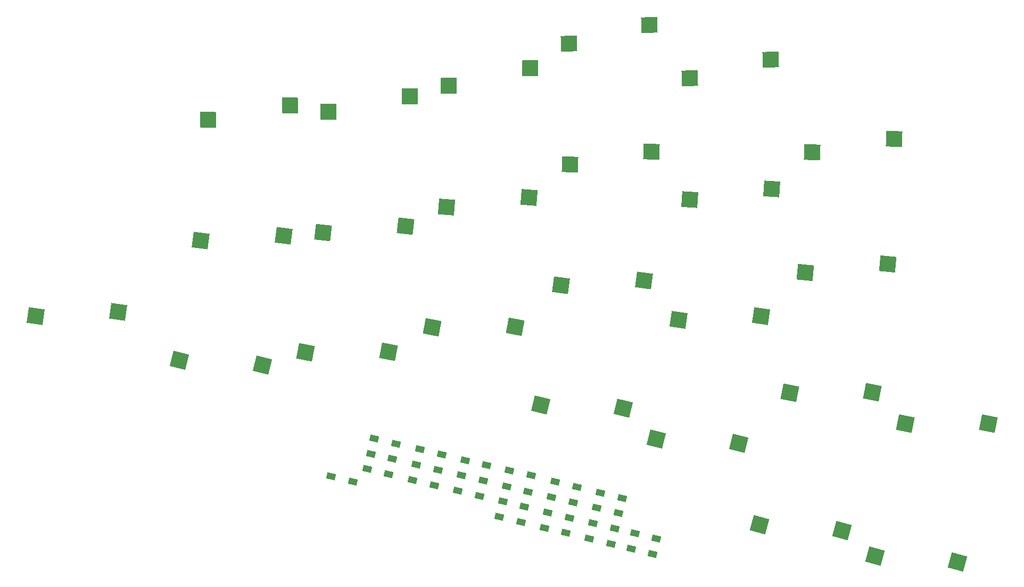
<source format=gbr>
%TF.GenerationSoftware,KiCad,Pcbnew,(6.0.5)*%
%TF.CreationDate,2022-07-31T14:46:34+09:00*%
%TF.ProjectId,ergotonic_f24-pcb-left,6572676f-746f-46e6-9963-5f6632342d70,rev?*%
%TF.SameCoordinates,Original*%
%TF.FileFunction,Paste,Bot*%
%TF.FilePolarity,Positive*%
%FSLAX46Y46*%
G04 Gerber Fmt 4.6, Leading zero omitted, Abs format (unit mm)*
G04 Created by KiCad (PCBNEW (6.0.5)) date 2022-07-31 14:46:34*
%MOMM*%
%LPD*%
G01*
G04 APERTURE LIST*
G04 Aperture macros list*
%AMRotRect*
0 Rectangle, with rotation*
0 The origin of the aperture is its center*
0 $1 length*
0 $2 width*
0 $3 Rotation angle, in degrees counterclockwise*
0 Add horizontal line*
21,1,$1,$2,0,0,$3*%
G04 Aperture macros list end*
%ADD10RotRect,2.550000X2.500000X176.380000*%
%ADD11RotRect,2.550000X2.500000X179.710000*%
%ADD12RotRect,2.550000X2.500000X175.420000*%
%ADD13RotRect,2.550000X2.500000X172.380000*%
%ADD14RotRect,2.550000X2.500000X166.530000*%
%ADD15RotRect,2.550000X2.500000X177.980000*%
%ADD16RotRect,2.550000X2.500000X181.060000*%
%ADD17RotRect,2.550000X2.500000X172.430000*%
%ADD18RotRect,2.550000X2.500000X169.150000*%
%ADD19RotRect,2.550000X2.500000X165.610000*%
%ADD20RotRect,2.550000X2.500000X178.880000*%
%ADD21RotRect,2.550000X2.500000X173.450000*%
%ADD22RotRect,2.550000X2.500000X172.000000*%
%ADD23RotRect,2.550000X2.500000X174.570000*%
%ADD24RotRect,2.550000X2.500000X182.050000*%
%ADD25RotRect,2.550000X2.500000X169.340000*%
%ADD26RotRect,2.550000X2.500000X168.870000*%
%ADD27RotRect,2.550000X2.500000X166.000000*%
%ADD28RotRect,2.550000X2.500000X164.890000*%
%ADD29RotRect,2.550000X2.500000X181.980000*%
%ADD30RotRect,2.550000X2.500000X168.920000*%
%ADD31RotRect,2.550000X2.500000X164.880000*%
%ADD32RotRect,2.550000X2.500000X171.490000*%
%ADD33RotRect,1.400000X1.000000X166.500000*%
G04 APERTURE END LIST*
D10*
%TO.C,SW16*%
X-57297491Y-38368729D03*
X-44235911Y-36649993D03*
%TD*%
D11*
%TO.C,SW5*%
X-114752053Y-24383172D03*
X-101812363Y-21908634D03*
%TD*%
D12*
%TO.C,SW9*%
X-95958555Y-39527367D03*
X-82870012Y-38027711D03*
%TD*%
D13*
%TO.C,SW13*%
X-77750625Y-52002942D03*
X-64600969Y-51199523D03*
%TD*%
D14*
%TO.C,SW14*%
X-81021448Y-70999517D03*
X-67858386Y-71540554D03*
%TD*%
D15*
%TO.C,SW19*%
X-37805066Y-30788844D03*
X-24796569Y-28706078D03*
%TD*%
D16*
%TO.C,SW8*%
X-95613776Y-20262503D03*
X-82735977Y-17483796D03*
%TD*%
D17*
%TO.C,SW2*%
X-135075639Y-44902778D03*
X-121926689Y-44087884D03*
%TD*%
D18*
%TO.C,SW7*%
X-118409218Y-62664736D03*
X-105235184Y-62603501D03*
%TD*%
D19*
%TO.C,SW3*%
X-138466476Y-63916918D03*
X-125313798Y-64669236D03*
%TD*%
D20*
%TO.C,SW1*%
X-133897998Y-25642999D03*
X-120923820Y-23356161D03*
%TD*%
D21*
%TO.C,SW6*%
X-115630016Y-43647392D03*
X-102497656Y-42598557D03*
%TD*%
D22*
%TO.C,SW4*%
X-161361550Y-56908678D03*
X-148206855Y-56192487D03*
%TD*%
D23*
%TO.C,SW20*%
X-38900847Y-49945948D03*
X-25791497Y-48640622D03*
%TD*%
D24*
%TO.C,SW15*%
X-57288325Y-19091068D03*
X-44460459Y-16090273D03*
%TD*%
D25*
%TO.C,SW10*%
X-98251878Y-58674247D03*
X-85078119Y-58569326D03*
%TD*%
D15*
%TO.C,SW12*%
X-76379066Y-32785844D03*
X-63370569Y-30703078D03*
%TD*%
D26*
%TO.C,SW23*%
X-22984433Y-74015115D03*
X-9810256Y-74018261D03*
%TD*%
D27*
%TO.C,SW18*%
X-62633064Y-76461432D03*
X-49475569Y-77124205D03*
%TD*%
D28*
%TO.C,SW24*%
X-27828942Y-95066947D03*
X-14686756Y-95984482D03*
%TD*%
D29*
%TO.C,SW11*%
X-76549529Y-13576308D03*
X-63718005Y-10591188D03*
%TD*%
D30*
%TO.C,SW21*%
X-41420799Y-69049755D03*
X-28246625Y-69041404D03*
%TD*%
D31*
%TO.C,SW22*%
X-46218191Y-90098869D03*
X-33076166Y-91018697D03*
%TD*%
D32*
%TO.C,SW17*%
X-59113120Y-57522513D03*
X-45952571Y-56923442D03*
%TD*%
D33*
%TO.C,D14*%
X-84178043Y-89662366D03*
X-87629957Y-88833634D03*
%TD*%
%TO.C,D24*%
X-63189043Y-94713366D03*
X-66640957Y-93884634D03*
%TD*%
%TO.C,D5*%
X-96783043Y-78922366D03*
X-100234957Y-78093634D03*
%TD*%
%TO.C,D4*%
X-110933043Y-83190366D03*
X-114384957Y-82361634D03*
%TD*%
%TO.C,D10*%
X-90772043Y-85508366D03*
X-94223957Y-84679634D03*
%TD*%
%TO.C,D23*%
X-62606042Y-92282366D03*
X-66057956Y-91453634D03*
%TD*%
%TO.C,D18*%
X-77000043Y-91385366D03*
X-80451957Y-90556634D03*
%TD*%
%TO.C,D13*%
X-83594043Y-87231366D03*
X-87045957Y-86402634D03*
%TD*%
%TO.C,D1*%
X-104018043Y-77186366D03*
X-107469957Y-76357634D03*
%TD*%
%TO.C,D20*%
X-68654043Y-88247366D03*
X-72105957Y-87418634D03*
%TD*%
%TO.C,D8*%
X-89605043Y-80646366D03*
X-93056957Y-79817634D03*
%TD*%
%TO.C,D17*%
X-76416043Y-88954366D03*
X-79867957Y-88125634D03*
%TD*%
%TO.C,D2*%
X-104602043Y-79617366D03*
X-108053957Y-78788634D03*
%TD*%
%TO.C,D22*%
X-69821043Y-93109366D03*
X-73272957Y-92280634D03*
%TD*%
%TO.C,D16*%
X-75832043Y-86523366D03*
X-79283957Y-85694634D03*
%TD*%
%TO.C,D21*%
X-69238043Y-90678366D03*
X-72689957Y-89849634D03*
%TD*%
%TO.C,D3*%
X-105185043Y-82048366D03*
X-108636957Y-81219634D03*
%TD*%
%TO.C,D9*%
X-90189043Y-83077366D03*
X-93640957Y-82248634D03*
%TD*%
%TO.C,D11*%
X-82547043Y-82244366D03*
X-85998957Y-81415634D03*
%TD*%
%TO.C,D12*%
X-83011043Y-84800366D03*
X-86462957Y-83971634D03*
%TD*%
%TO.C,D19*%
X-68071043Y-85816366D03*
X-71522957Y-84987634D03*
%TD*%
%TO.C,D15*%
X-75249043Y-84092366D03*
X-78700957Y-83263634D03*
%TD*%
%TO.C,D6*%
X-97367043Y-81353366D03*
X-100818957Y-80524634D03*
%TD*%
%TO.C,D7*%
X-97951043Y-83784366D03*
X-101402957Y-82955634D03*
%TD*%
M02*

</source>
